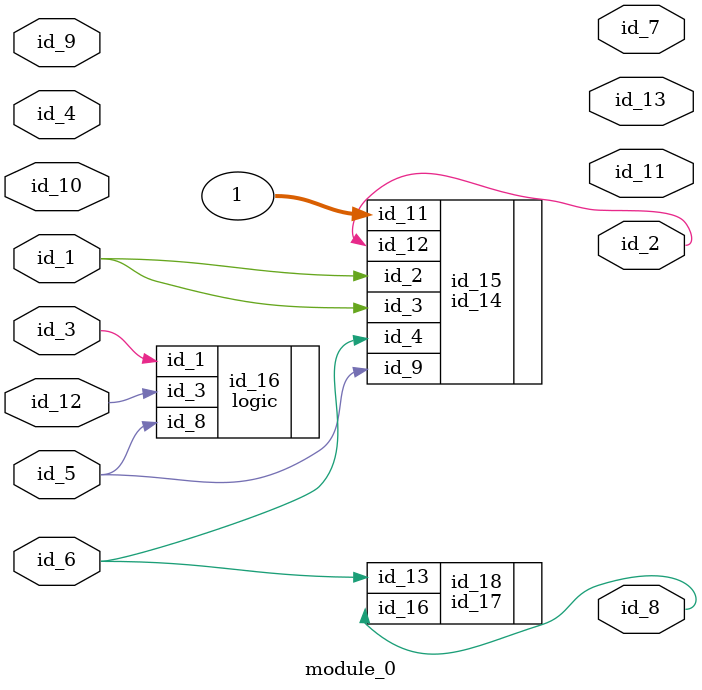
<source format=v>
module module_0 (
    id_1,
    id_2,
    id_3,
    id_4,
    id_5,
    id_6,
    id_7,
    id_8,
    id_9,
    id_10,
    id_11,
    id_12,
    id_13
);
  output id_13;
  input id_12;
  output id_11;
  input id_10;
  input id_9;
  output id_8;
  output id_7;
  input id_6;
  input id_5;
  input id_4;
  input id_3;
  output id_2;
  input id_1;
  id_14 id_15 (
      .id_3 (id_1),
      .id_4 (id_6),
      .id_12(id_12),
      .id_11(1),
      .id_9 (id_5),
      .id_12(id_2),
      .id_2 (id_1)
  );
  logic id_16 (
      .id_8(id_5),
      .id_1(id_3),
      .id_3(id_12),
      .id_1(id_3)
  );
  id_17 id_18 (
      .id_16(id_8),
      .id_13(id_6)
  );
endmodule

</source>
